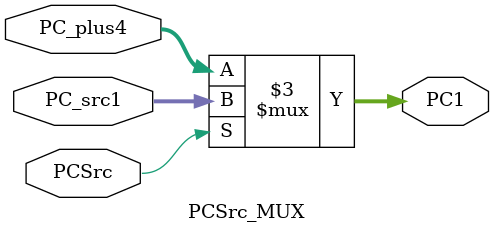
<source format=v>
`timescale 1ns / 1ps

module PCSrc_MUX(
    input wire [31:0] PC_src1,            
    input wire [31:0] PC_plus4,           
    input wire PCSrc,                     
    output reg [31:0] PC1                
);

    always @(*) begin
    
        if (PCSrc) 
            PC1 = PC_src1;     
        else 
            PC1 = PC_plus4;    
    end

endmodule
</source>
